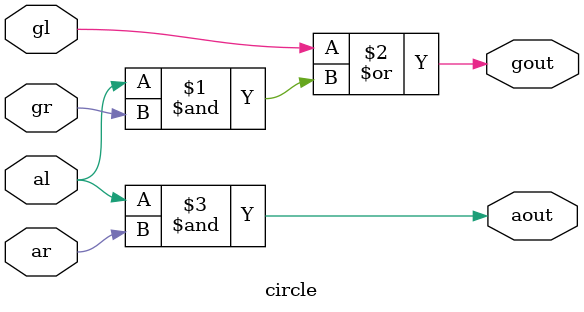
<source format=v>
module circle(gout,aout,gl,al,gr,ar);

input gl,al,gr,ar;
output gout,aout;

assign gout= gl | ( al & gr);
assign aout= al & ar;

endmodule

</source>
